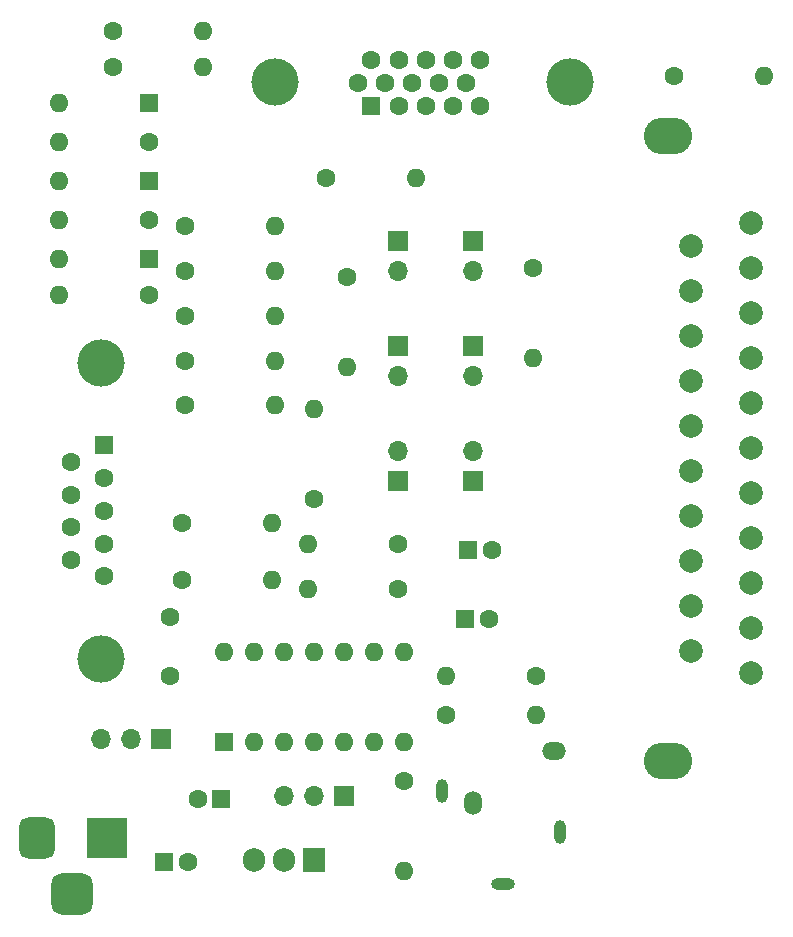
<source format=gbr>
%TF.GenerationSoftware,KiCad,Pcbnew,(6.0.2)*%
%TF.CreationDate,2022-12-04T18:43:18-06:00*%
%TF.ProjectId,CGA2SCart,43474132-5343-4617-9274-2e6b69636164,rev?*%
%TF.SameCoordinates,Original*%
%TF.FileFunction,Soldermask,Top*%
%TF.FilePolarity,Negative*%
%FSLAX46Y46*%
G04 Gerber Fmt 4.6, Leading zero omitted, Abs format (unit mm)*
G04 Created by KiCad (PCBNEW (6.0.2)) date 2022-12-04 18:43:18*
%MOMM*%
%LPD*%
G01*
G04 APERTURE LIST*
G04 Aperture macros list*
%AMRoundRect*
0 Rectangle with rounded corners*
0 $1 Rounding radius*
0 $2 $3 $4 $5 $6 $7 $8 $9 X,Y pos of 4 corners*
0 Add a 4 corners polygon primitive as box body*
4,1,4,$2,$3,$4,$5,$6,$7,$8,$9,$2,$3,0*
0 Add four circle primitives for the rounded corners*
1,1,$1+$1,$2,$3*
1,1,$1+$1,$4,$5*
1,1,$1+$1,$6,$7*
1,1,$1+$1,$8,$9*
0 Add four rect primitives between the rounded corners*
20,1,$1+$1,$2,$3,$4,$5,0*
20,1,$1+$1,$4,$5,$6,$7,0*
20,1,$1+$1,$6,$7,$8,$9,0*
20,1,$1+$1,$8,$9,$2,$3,0*%
G04 Aperture macros list end*
%ADD10C,1.600000*%
%ADD11O,1.600000X1.600000*%
%ADD12R,1.700000X1.700000*%
%ADD13O,1.700000X1.700000*%
%ADD14R,1.600000X1.600000*%
%ADD15R,1.905000X2.000000*%
%ADD16O,1.905000X2.000000*%
%ADD17O,4.100000X3.100000*%
%ADD18C,1.998980*%
%ADD19C,4.000000*%
%ADD20O,1.000000X2.000000*%
%ADD21O,2.000000X1.000000*%
%ADD22O,2.000000X1.500000*%
%ADD23O,1.500000X2.000000*%
%ADD24R,3.500000X3.500000*%
%ADD25RoundRect,0.750000X-0.750000X-1.000000X0.750000X-1.000000X0.750000X1.000000X-0.750000X1.000000X0*%
%ADD26RoundRect,0.875000X-0.875000X-0.875000X0.875000X-0.875000X0.875000X0.875000X-0.875000X0.875000X0*%
G04 APERTURE END LIST*
D10*
%TO.C,R22*%
X132842000Y-113030000D03*
D11*
X132842000Y-120650000D03*
%TD*%
%TO.C,R20*%
X144018000Y-107442000D03*
D10*
X136398000Y-107442000D03*
%TD*%
D12*
%TO.C,JP1*%
X112268000Y-109474000D03*
D13*
X109728000Y-109474000D03*
X107188000Y-109474000D03*
%TD*%
D12*
%TO.C,JP8*%
X127762000Y-114300000D03*
D13*
X125222000Y-114300000D03*
X122682000Y-114300000D03*
%TD*%
D10*
%TO.C,C5*%
X113030000Y-104140000D03*
X113030000Y-99140000D03*
%TD*%
%TO.C,C4*%
X115348000Y-114554000D03*
D14*
X117348000Y-114554000D03*
%TD*%
%TO.C,C3*%
X138236888Y-93472000D03*
D10*
X140236888Y-93472000D03*
%TD*%
D14*
%TO.C,C2*%
X112522000Y-119888000D03*
D10*
X114522000Y-119888000D03*
%TD*%
D14*
%TO.C,C1*%
X137982888Y-99314000D03*
D10*
X139982888Y-99314000D03*
%TD*%
D15*
%TO.C,U2*%
X125222000Y-119705000D03*
D16*
X122682000Y-119705000D03*
X120142000Y-119705000D03*
%TD*%
D11*
%TO.C,U1*%
X117597000Y-102098000D03*
X120137000Y-102098000D03*
X122677000Y-102098000D03*
X125217000Y-102098000D03*
X127757000Y-102098000D03*
X130297000Y-102098000D03*
X132837000Y-102098000D03*
X132837000Y-109718000D03*
X130297000Y-109718000D03*
X127757000Y-109718000D03*
X125217000Y-109718000D03*
X122677000Y-109718000D03*
X120137000Y-109718000D03*
D14*
X117597000Y-109718000D03*
%TD*%
D10*
%TO.C,R14*%
X132334000Y-92964000D03*
D11*
X124714000Y-92964000D03*
%TD*%
D10*
%TO.C,R10*%
X132334000Y-96774000D03*
D11*
X124714000Y-96774000D03*
%TD*%
D10*
%TO.C,R18*%
X108204000Y-52578000D03*
D11*
X115824000Y-52578000D03*
%TD*%
D10*
%TO.C,R17*%
X128016000Y-70358000D03*
D11*
X128016000Y-77978000D03*
%TD*%
%TO.C,R7*%
X125222000Y-81534000D03*
D10*
X125222000Y-89154000D03*
%TD*%
D14*
%TO.C,D2*%
X111252000Y-62230000D03*
D11*
X103632000Y-62230000D03*
%TD*%
D10*
%TO.C,R16*%
X143764000Y-69596000D03*
D11*
X143764000Y-77216000D03*
%TD*%
D12*
%TO.C,JP2*%
X138684000Y-76200000D03*
D13*
X138684000Y-78740000D03*
%TD*%
D10*
%TO.C,R21*%
X144018000Y-104140000D03*
D11*
X136398000Y-104140000D03*
%TD*%
D10*
%TO.C,R8*%
X114300000Y-77470000D03*
D11*
X121920000Y-77470000D03*
%TD*%
D10*
%TO.C,R13*%
X114300000Y-69850000D03*
D11*
X121920000Y-69850000D03*
%TD*%
D14*
%TO.C,D3*%
X111252000Y-68834000D03*
D11*
X103632000Y-68834000D03*
%TD*%
D17*
%TO.C,J1*%
X155140660Y-58336180D03*
X155140660Y-111335820D03*
D18*
X162219640Y-103886000D03*
X157139640Y-101981000D03*
X162219640Y-100076000D03*
X157139640Y-98171000D03*
X162219640Y-96266000D03*
X157139640Y-94361000D03*
X162219640Y-92456000D03*
X157139640Y-90551000D03*
X162219640Y-88646000D03*
X157139640Y-86741000D03*
X162219640Y-84836000D03*
X157139640Y-82931000D03*
X162219640Y-81026000D03*
X157139640Y-79121000D03*
X162219640Y-77216000D03*
X157139640Y-75311000D03*
X162219640Y-73406000D03*
X157139640Y-71501000D03*
X162219640Y-69596000D03*
X157139640Y-67691000D03*
X162219640Y-65786000D03*
%TD*%
D12*
%TO.C,JP3*%
X138684000Y-87630000D03*
D13*
X138684000Y-85090000D03*
%TD*%
D12*
%TO.C,JP6*%
X132334000Y-67310000D03*
D13*
X132334000Y-69850000D03*
%TD*%
D10*
%TO.C,R19*%
X108204000Y-49530000D03*
D11*
X115824000Y-49530000D03*
%TD*%
D10*
%TO.C,R11*%
X114300000Y-66040000D03*
D11*
X121920000Y-66040000D03*
%TD*%
D10*
%TO.C,R4*%
X111252000Y-65532000D03*
D11*
X103632000Y-65532000D03*
%TD*%
%TO.C,R2*%
X163322000Y-53340000D03*
D10*
X155702000Y-53340000D03*
%TD*%
%TO.C,R5*%
X111252000Y-71882000D03*
D11*
X103632000Y-71882000D03*
%TD*%
D12*
%TO.C,JP7*%
X132334000Y-87630000D03*
D13*
X132334000Y-85090000D03*
%TD*%
D14*
%TO.C,D1*%
X111252000Y-55626000D03*
D11*
X103632000Y-55626000D03*
%TD*%
D19*
%TO.C,J2*%
X107142000Y-77622000D03*
X107142000Y-102622000D03*
D14*
X107442000Y-84582000D03*
D10*
X107442000Y-87352000D03*
X107442000Y-90122000D03*
X107442000Y-92892000D03*
X107442000Y-95662000D03*
X104602000Y-85967000D03*
X104602000Y-88737000D03*
X104602000Y-91507000D03*
X104602000Y-94277000D03*
%TD*%
D12*
%TO.C,JP5*%
X132334000Y-76190000D03*
D13*
X132334000Y-78730000D03*
%TD*%
D19*
%TO.C,J4*%
X121863000Y-53830000D03*
X146863000Y-53830000D03*
D14*
X130048000Y-55880000D03*
D10*
X132338000Y-55880000D03*
X134628000Y-55880000D03*
X136918000Y-55880000D03*
X139208000Y-55880000D03*
X128903000Y-53900000D03*
X131193000Y-53900000D03*
X133483000Y-53900000D03*
X135773000Y-53900000D03*
X138063000Y-53900000D03*
X130048000Y-51920000D03*
X132338000Y-51920000D03*
X134628000Y-51920000D03*
X136918000Y-51920000D03*
X139208000Y-51920000D03*
%TD*%
%TO.C,R12*%
X114300000Y-73660000D03*
D11*
X121920000Y-73660000D03*
%TD*%
D10*
%TO.C,R9*%
X114046000Y-91186000D03*
D11*
X121666000Y-91186000D03*
%TD*%
D12*
%TO.C,JP4*%
X138684000Y-67310000D03*
D13*
X138684000Y-69850000D03*
%TD*%
D10*
%TO.C,R6*%
X114280000Y-81160000D03*
D11*
X121900000Y-81160000D03*
%TD*%
D20*
%TO.C,J3*%
X146024000Y-117344000D03*
X136024000Y-113844000D03*
D21*
X141224000Y-121744000D03*
D22*
X145524000Y-110444000D03*
D23*
X138624000Y-114844000D03*
%TD*%
D10*
%TO.C,R15*%
X126238000Y-61976000D03*
D11*
X133858000Y-61976000D03*
%TD*%
D10*
%TO.C,R1*%
X114046000Y-96012000D03*
D11*
X121666000Y-96012000D03*
%TD*%
D24*
%TO.C,J5*%
X107696000Y-117856000D03*
D25*
X101696000Y-117856000D03*
D26*
X104696000Y-122556000D03*
%TD*%
D10*
%TO.C,R3*%
X111252000Y-58928000D03*
D11*
X103632000Y-58928000D03*
%TD*%
M02*

</source>
